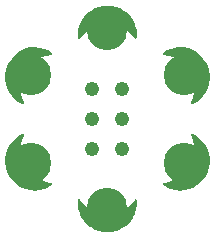
<source format=gbr>
G04 EAGLE Gerber RS-274X export*
G75*
%MOMM*%
%FSLAX34Y34*%
%LPD*%
%INSoldermask Bottom*%
%IPPOS*%
%AMOC8*
5,1,8,0,0,1.08239X$1,22.5*%
G01*
%ADD10C,3.419200*%
%ADD11C,1.221313*%

G36*
X3648Y-95823D02*
X3648Y-95823D01*
X3738Y-95805D01*
X3802Y-95802D01*
X7351Y-95041D01*
X7437Y-95009D01*
X7500Y-94996D01*
X10891Y-93701D01*
X10971Y-93657D01*
X11032Y-93634D01*
X14184Y-91836D01*
X14198Y-91825D01*
X14213Y-91818D01*
X14262Y-91777D01*
X14313Y-91749D01*
X17154Y-89489D01*
X17216Y-89423D01*
X17268Y-89384D01*
X19729Y-86717D01*
X19781Y-86642D01*
X19826Y-86594D01*
X21851Y-83582D01*
X21891Y-83501D01*
X21928Y-83447D01*
X23469Y-80161D01*
X23495Y-80074D01*
X23524Y-80015D01*
X24544Y-76532D01*
X24557Y-76442D01*
X24576Y-76380D01*
X25052Y-72782D01*
X25051Y-72691D01*
X25061Y-72626D01*
X24981Y-68998D01*
X24972Y-68944D01*
X24973Y-68890D01*
X24949Y-68805D01*
X24935Y-68717D01*
X24912Y-68668D01*
X24898Y-68616D01*
X24851Y-68541D01*
X24813Y-68460D01*
X24777Y-68420D01*
X24749Y-68374D01*
X24683Y-68314D01*
X24625Y-68247D01*
X24579Y-68219D01*
X24539Y-68182D01*
X24460Y-68143D01*
X24385Y-68095D01*
X24333Y-68080D01*
X24284Y-68056D01*
X24197Y-68040D01*
X24112Y-68015D01*
X24058Y-68015D01*
X24005Y-68006D01*
X23916Y-68015D01*
X23828Y-68014D01*
X23776Y-68029D01*
X23722Y-68035D01*
X23640Y-68068D01*
X23554Y-68092D01*
X23508Y-68121D01*
X23458Y-68141D01*
X23403Y-68186D01*
X23313Y-68243D01*
X23250Y-68312D01*
X23199Y-68355D01*
X20444Y-71529D01*
X17320Y-74232D01*
X13843Y-76464D01*
X10085Y-78178D01*
X6121Y-79341D01*
X2032Y-79928D01*
X-2100Y-79928D01*
X-6189Y-79341D01*
X-10153Y-78178D01*
X-13911Y-76464D01*
X-17388Y-74232D01*
X-20512Y-71529D01*
X-23267Y-68355D01*
X-23308Y-68319D01*
X-23342Y-68277D01*
X-23415Y-68226D01*
X-23482Y-68168D01*
X-23531Y-68145D01*
X-23575Y-68114D01*
X-23659Y-68086D01*
X-23740Y-68048D01*
X-23793Y-68040D01*
X-23844Y-68023D01*
X-23933Y-68018D01*
X-24021Y-68005D01*
X-24074Y-68012D01*
X-24128Y-68009D01*
X-24215Y-68030D01*
X-24303Y-68041D01*
X-24352Y-68062D01*
X-24405Y-68075D01*
X-24482Y-68119D01*
X-24564Y-68154D01*
X-24605Y-68188D01*
X-24652Y-68215D01*
X-24714Y-68278D01*
X-24783Y-68335D01*
X-24814Y-68379D01*
X-24851Y-68418D01*
X-24894Y-68496D01*
X-24944Y-68569D01*
X-24961Y-68620D01*
X-24986Y-68668D01*
X-25000Y-68738D01*
X-25033Y-68839D01*
X-25037Y-68933D01*
X-25049Y-68998D01*
X-25129Y-72626D01*
X-25118Y-72717D01*
X-25120Y-72782D01*
X-24644Y-76380D01*
X-24620Y-76468D01*
X-24612Y-76532D01*
X-23592Y-80015D01*
X-23554Y-80098D01*
X-23537Y-80161D01*
X-21996Y-83447D01*
X-21946Y-83523D01*
X-21919Y-83582D01*
X-19894Y-86594D01*
X-19833Y-86662D01*
X-19797Y-86717D01*
X-17336Y-89384D01*
X-17265Y-89441D01*
X-17222Y-89489D01*
X-14381Y-91749D01*
X-14346Y-91769D01*
X-14325Y-91789D01*
X-14283Y-91810D01*
X-14252Y-91836D01*
X-11100Y-93634D01*
X-11015Y-93668D01*
X-10959Y-93701D01*
X-7568Y-94996D01*
X-7480Y-95017D01*
X-7419Y-95041D01*
X-3870Y-95802D01*
X-3780Y-95809D01*
X-3716Y-95823D01*
X-93Y-96034D01*
X-26Y-96028D01*
X25Y-96034D01*
X3648Y-95823D01*
G37*
G36*
X24040Y67922D02*
X24040Y67922D01*
X24094Y67919D01*
X24181Y67940D01*
X24269Y67951D01*
X24318Y67972D01*
X24371Y67985D01*
X24448Y68029D01*
X24530Y68064D01*
X24571Y68098D01*
X24618Y68125D01*
X24680Y68188D01*
X24749Y68245D01*
X24780Y68289D01*
X24817Y68328D01*
X24860Y68406D01*
X24910Y68479D01*
X24927Y68530D01*
X24952Y68578D01*
X24966Y68648D01*
X24999Y68749D01*
X25003Y68843D01*
X25015Y68908D01*
X25095Y72536D01*
X25084Y72627D01*
X25086Y72692D01*
X24610Y76290D01*
X24586Y76378D01*
X24578Y76442D01*
X23558Y79925D01*
X23520Y80008D01*
X23503Y80071D01*
X21962Y83357D01*
X21912Y83433D01*
X21885Y83492D01*
X19860Y86504D01*
X19799Y86572D01*
X19763Y86627D01*
X17302Y89294D01*
X17231Y89351D01*
X17188Y89399D01*
X14347Y91659D01*
X14268Y91705D01*
X14218Y91746D01*
X11066Y93544D01*
X10981Y93578D01*
X10925Y93611D01*
X7534Y94906D01*
X7446Y94927D01*
X7385Y94951D01*
X3836Y95712D01*
X3746Y95719D01*
X3682Y95733D01*
X59Y95944D01*
X-8Y95938D01*
X-59Y95944D01*
X-3682Y95733D01*
X-3772Y95715D01*
X-3836Y95712D01*
X-7385Y94951D01*
X-7471Y94919D01*
X-7534Y94906D01*
X-10925Y93611D01*
X-11005Y93567D01*
X-11066Y93544D01*
X-14218Y91746D01*
X-14290Y91690D01*
X-14347Y91659D01*
X-17188Y89399D01*
X-17250Y89333D01*
X-17302Y89294D01*
X-19763Y86627D01*
X-19815Y86552D01*
X-19860Y86504D01*
X-21885Y83492D01*
X-21925Y83411D01*
X-21962Y83357D01*
X-23503Y80071D01*
X-23529Y79984D01*
X-23558Y79925D01*
X-24578Y76442D01*
X-24591Y76352D01*
X-24610Y76290D01*
X-25086Y72692D01*
X-25085Y72601D01*
X-25095Y72536D01*
X-25015Y68908D01*
X-25006Y68854D01*
X-25007Y68800D01*
X-24983Y68715D01*
X-24969Y68627D01*
X-24946Y68578D01*
X-24932Y68526D01*
X-24885Y68451D01*
X-24847Y68370D01*
X-24811Y68330D01*
X-24783Y68284D01*
X-24717Y68224D01*
X-24659Y68157D01*
X-24613Y68129D01*
X-24573Y68092D01*
X-24494Y68053D01*
X-24419Y68005D01*
X-24367Y67990D01*
X-24318Y67966D01*
X-24231Y67950D01*
X-24146Y67925D01*
X-24092Y67925D01*
X-24039Y67916D01*
X-23950Y67925D01*
X-23862Y67924D01*
X-23810Y67939D01*
X-23756Y67945D01*
X-23674Y67978D01*
X-23588Y68002D01*
X-23542Y68031D01*
X-23492Y68051D01*
X-23437Y68096D01*
X-23347Y68153D01*
X-23284Y68222D01*
X-23233Y68265D01*
X-20478Y71439D01*
X-17354Y74142D01*
X-13877Y76374D01*
X-10119Y78088D01*
X-6155Y79251D01*
X-2066Y79838D01*
X2066Y79838D01*
X6155Y79251D01*
X10119Y78088D01*
X13877Y76374D01*
X17354Y74142D01*
X20478Y71439D01*
X23233Y68265D01*
X23274Y68229D01*
X23308Y68187D01*
X23381Y68136D01*
X23448Y68078D01*
X23497Y68055D01*
X23541Y68024D01*
X23625Y67996D01*
X23706Y67958D01*
X23759Y67950D01*
X23810Y67933D01*
X23899Y67928D01*
X23987Y67915D01*
X24040Y67922D01*
G37*
G36*
X71861Y12748D02*
X71861Y12748D01*
X71915Y12750D01*
X71983Y12773D01*
X72087Y12795D01*
X72169Y12838D01*
X72232Y12860D01*
X75414Y14605D01*
X75487Y14660D01*
X75545Y14691D01*
X78423Y16902D01*
X78487Y16967D01*
X78539Y17006D01*
X81045Y19631D01*
X81098Y19705D01*
X81143Y19752D01*
X83219Y22729D01*
X83260Y22810D01*
X83298Y22863D01*
X84894Y26123D01*
X84922Y26210D01*
X84951Y26268D01*
X86030Y29733D01*
X86041Y29800D01*
X86049Y29827D01*
X86050Y29838D01*
X86065Y29885D01*
X86601Y33474D01*
X86602Y33565D01*
X86612Y33630D01*
X86593Y37259D01*
X86580Y37349D01*
X86581Y37414D01*
X86007Y40998D01*
X85980Y41085D01*
X85971Y41150D01*
X84856Y44604D01*
X84816Y44686D01*
X84797Y44748D01*
X83168Y47991D01*
X83130Y48046D01*
X83109Y48093D01*
X81115Y51125D01*
X81055Y51194D01*
X81020Y51249D01*
X78586Y53941D01*
X78516Y53999D01*
X78473Y54048D01*
X75656Y56337D01*
X75578Y56384D01*
X75528Y56425D01*
X72394Y58256D01*
X72310Y58291D01*
X72254Y58324D01*
X68877Y59655D01*
X68789Y59676D01*
X68728Y59700D01*
X65188Y60499D01*
X65097Y60506D01*
X65034Y60521D01*
X61413Y60769D01*
X61322Y60763D01*
X61257Y60768D01*
X57641Y60459D01*
X57552Y60439D01*
X57487Y60434D01*
X53961Y59576D01*
X53876Y59543D01*
X53813Y59528D01*
X50458Y58141D01*
X50380Y58095D01*
X50320Y58071D01*
X47217Y56187D01*
X47175Y56153D01*
X47128Y56127D01*
X47066Y56064D01*
X46997Y56007D01*
X46966Y55963D01*
X46928Y55924D01*
X46886Y55847D01*
X46836Y55773D01*
X46818Y55722D01*
X46793Y55675D01*
X46774Y55588D01*
X46745Y55504D01*
X46743Y55450D01*
X46732Y55397D01*
X46737Y55308D01*
X46734Y55220D01*
X46746Y55167D01*
X46750Y55113D01*
X46780Y55030D01*
X46801Y54944D01*
X46828Y54897D01*
X46846Y54846D01*
X46898Y54774D01*
X46942Y54697D01*
X46981Y54659D01*
X47012Y54615D01*
X47082Y54561D01*
X47146Y54499D01*
X47194Y54474D01*
X47236Y54440D01*
X47303Y54415D01*
X47397Y54365D01*
X47489Y54346D01*
X47551Y54323D01*
X51678Y53524D01*
X55581Y52170D01*
X59252Y50275D01*
X62616Y47877D01*
X65605Y45026D01*
X68158Y41778D01*
X70224Y38200D01*
X71760Y34365D01*
X72735Y30351D01*
X73129Y26239D01*
X72935Y22112D01*
X72156Y18055D01*
X70784Y14082D01*
X70774Y14029D01*
X70755Y13978D01*
X70747Y13890D01*
X70730Y13803D01*
X70735Y13749D01*
X70730Y13695D01*
X70747Y13608D01*
X70755Y13519D01*
X70775Y13469D01*
X70785Y13416D01*
X70826Y13337D01*
X70858Y13254D01*
X70891Y13211D01*
X70915Y13163D01*
X70977Y13099D01*
X71030Y13028D01*
X71074Y12996D01*
X71111Y12957D01*
X71187Y12912D01*
X71258Y12859D01*
X71309Y12840D01*
X71356Y12812D01*
X71442Y12790D01*
X71525Y12759D01*
X71579Y12755D01*
X71631Y12741D01*
X71720Y12744D01*
X71808Y12737D01*
X71861Y12748D01*
G37*
G36*
X-61358Y-60742D02*
X-61358Y-60742D01*
X-61293Y-60747D01*
X-57677Y-60438D01*
X-57588Y-60418D01*
X-57523Y-60413D01*
X-53997Y-59555D01*
X-53912Y-59522D01*
X-53849Y-59507D01*
X-50494Y-58120D01*
X-50416Y-58074D01*
X-50356Y-58050D01*
X-47253Y-56166D01*
X-47211Y-56132D01*
X-47164Y-56106D01*
X-47102Y-56043D01*
X-47033Y-55986D01*
X-47002Y-55942D01*
X-46964Y-55903D01*
X-46922Y-55826D01*
X-46872Y-55752D01*
X-46854Y-55701D01*
X-46829Y-55654D01*
X-46810Y-55567D01*
X-46781Y-55483D01*
X-46779Y-55429D01*
X-46768Y-55376D01*
X-46773Y-55287D01*
X-46770Y-55199D01*
X-46782Y-55146D01*
X-46786Y-55092D01*
X-46816Y-55009D01*
X-46837Y-54923D01*
X-46864Y-54876D01*
X-46882Y-54825D01*
X-46934Y-54753D01*
X-46978Y-54676D01*
X-47017Y-54638D01*
X-47048Y-54594D01*
X-47118Y-54540D01*
X-47182Y-54478D01*
X-47230Y-54453D01*
X-47272Y-54419D01*
X-47339Y-54394D01*
X-47433Y-54344D01*
X-47525Y-54325D01*
X-47587Y-54302D01*
X-51714Y-53503D01*
X-55617Y-52149D01*
X-59288Y-50254D01*
X-62652Y-47856D01*
X-65641Y-45005D01*
X-68194Y-41757D01*
X-70260Y-38179D01*
X-71796Y-34344D01*
X-72771Y-30330D01*
X-73165Y-26218D01*
X-72971Y-22091D01*
X-72192Y-18034D01*
X-70820Y-14061D01*
X-70810Y-14008D01*
X-70791Y-13957D01*
X-70783Y-13869D01*
X-70766Y-13782D01*
X-70771Y-13728D01*
X-70766Y-13674D01*
X-70783Y-13587D01*
X-70791Y-13498D01*
X-70811Y-13448D01*
X-70821Y-13395D01*
X-70862Y-13316D01*
X-70894Y-13233D01*
X-70927Y-13190D01*
X-70951Y-13142D01*
X-71013Y-13078D01*
X-71066Y-13007D01*
X-71110Y-12975D01*
X-71147Y-12936D01*
X-71223Y-12891D01*
X-71294Y-12838D01*
X-71345Y-12819D01*
X-71392Y-12791D01*
X-71478Y-12769D01*
X-71561Y-12738D01*
X-71615Y-12734D01*
X-71667Y-12720D01*
X-71756Y-12723D01*
X-71844Y-12716D01*
X-71897Y-12727D01*
X-71951Y-12729D01*
X-72019Y-12752D01*
X-72123Y-12774D01*
X-72205Y-12817D01*
X-72268Y-12839D01*
X-75450Y-14584D01*
X-75523Y-14639D01*
X-75581Y-14670D01*
X-78459Y-16881D01*
X-78523Y-16946D01*
X-78575Y-16985D01*
X-81081Y-19610D01*
X-81134Y-19684D01*
X-81179Y-19731D01*
X-83255Y-22708D01*
X-83296Y-22789D01*
X-83334Y-22842D01*
X-84930Y-26102D01*
X-84958Y-26189D01*
X-84987Y-26247D01*
X-86066Y-29712D01*
X-86081Y-29802D01*
X-86101Y-29864D01*
X-86637Y-33453D01*
X-86638Y-33544D01*
X-86648Y-33609D01*
X-86629Y-37238D01*
X-86616Y-37328D01*
X-86617Y-37393D01*
X-86043Y-40977D01*
X-86016Y-41064D01*
X-86007Y-41129D01*
X-84892Y-44583D01*
X-84852Y-44665D01*
X-84833Y-44727D01*
X-83204Y-47970D01*
X-83166Y-48025D01*
X-83145Y-48072D01*
X-81151Y-51104D01*
X-81091Y-51173D01*
X-81056Y-51228D01*
X-78622Y-53920D01*
X-78552Y-53978D01*
X-78509Y-54027D01*
X-75692Y-56316D01*
X-75614Y-56363D01*
X-75564Y-56404D01*
X-72430Y-58235D01*
X-72346Y-58270D01*
X-72290Y-58303D01*
X-68913Y-59634D01*
X-68825Y-59655D01*
X-68764Y-59679D01*
X-65224Y-60478D01*
X-65133Y-60485D01*
X-65070Y-60500D01*
X-61449Y-60748D01*
X-61358Y-60742D01*
G37*
G36*
X65056Y-60477D02*
X65056Y-60477D01*
X65145Y-60459D01*
X65210Y-60455D01*
X68750Y-59656D01*
X68836Y-59624D01*
X68899Y-59611D01*
X72276Y-58280D01*
X72355Y-58235D01*
X72416Y-58212D01*
X75550Y-56381D01*
X75621Y-56325D01*
X75678Y-56293D01*
X78495Y-54004D01*
X78557Y-53937D01*
X78608Y-53897D01*
X81042Y-51205D01*
X81093Y-51129D01*
X81137Y-51081D01*
X83131Y-48049D01*
X83159Y-47989D01*
X83160Y-47987D01*
X83190Y-47947D01*
X84819Y-44704D01*
X84848Y-44617D01*
X84878Y-44560D01*
X85993Y-41106D01*
X86008Y-41016D01*
X86029Y-40954D01*
X86603Y-37370D01*
X86604Y-37279D01*
X86615Y-37215D01*
X86634Y-33586D01*
X86622Y-33495D01*
X86623Y-33430D01*
X86087Y-29841D01*
X86061Y-29754D01*
X86052Y-29689D01*
X84973Y-26224D01*
X84934Y-26141D01*
X84916Y-26079D01*
X83320Y-22819D01*
X83269Y-22744D01*
X83241Y-22685D01*
X81165Y-19708D01*
X81103Y-19641D01*
X81067Y-19587D01*
X78561Y-16962D01*
X78489Y-16905D01*
X78445Y-16858D01*
X75567Y-14647D01*
X75487Y-14602D01*
X75436Y-14561D01*
X72254Y-12816D01*
X72204Y-12797D01*
X72157Y-12770D01*
X72071Y-12747D01*
X71988Y-12716D01*
X71934Y-12711D01*
X71882Y-12698D01*
X71793Y-12700D01*
X71705Y-12693D01*
X71652Y-12704D01*
X71598Y-12705D01*
X71513Y-12732D01*
X71426Y-12750D01*
X71378Y-12775D01*
X71327Y-12791D01*
X71253Y-12840D01*
X71174Y-12881D01*
X71135Y-12919D01*
X71090Y-12949D01*
X71033Y-13016D01*
X70969Y-13078D01*
X70941Y-13124D01*
X70907Y-13166D01*
X70870Y-13247D01*
X70826Y-13323D01*
X70812Y-13376D01*
X70790Y-13425D01*
X70778Y-13513D01*
X70756Y-13599D01*
X70758Y-13653D01*
X70751Y-13707D01*
X70762Y-13777D01*
X70766Y-13883D01*
X70795Y-13972D01*
X70806Y-14038D01*
X72178Y-18011D01*
X72957Y-22068D01*
X73151Y-26195D01*
X72757Y-30307D01*
X71782Y-34321D01*
X70246Y-38156D01*
X68180Y-41734D01*
X65627Y-44982D01*
X62638Y-47833D01*
X59274Y-50231D01*
X55603Y-52126D01*
X51700Y-53480D01*
X47573Y-54279D01*
X47522Y-54296D01*
X47469Y-54305D01*
X47388Y-54343D01*
X47304Y-54371D01*
X47260Y-54402D01*
X47211Y-54425D01*
X47144Y-54484D01*
X47072Y-54535D01*
X47038Y-54577D01*
X46997Y-54613D01*
X46949Y-54687D01*
X46893Y-54756D01*
X46873Y-54806D01*
X46843Y-54852D01*
X46818Y-54937D01*
X46784Y-55019D01*
X46777Y-55072D01*
X46762Y-55124D01*
X46761Y-55213D01*
X46751Y-55301D01*
X46760Y-55354D01*
X46759Y-55408D01*
X46783Y-55494D01*
X46798Y-55582D01*
X46821Y-55630D01*
X46836Y-55682D01*
X46882Y-55758D01*
X46921Y-55838D01*
X46957Y-55878D01*
X46985Y-55924D01*
X47039Y-55971D01*
X47110Y-56050D01*
X47189Y-56100D01*
X47239Y-56143D01*
X50342Y-58027D01*
X50425Y-58063D01*
X50480Y-58097D01*
X53835Y-59484D01*
X53923Y-59507D01*
X53983Y-59532D01*
X57509Y-60390D01*
X57600Y-60399D01*
X57663Y-60415D01*
X61279Y-60724D01*
X61370Y-60719D01*
X61435Y-60725D01*
X65056Y-60477D01*
G37*
G36*
X-71665Y12728D02*
X-71665Y12728D01*
X-71611Y12729D01*
X-71526Y12756D01*
X-71439Y12774D01*
X-71391Y12799D01*
X-71340Y12815D01*
X-71266Y12864D01*
X-71187Y12905D01*
X-71148Y12943D01*
X-71103Y12973D01*
X-71046Y13040D01*
X-70982Y13102D01*
X-70954Y13148D01*
X-70920Y13190D01*
X-70883Y13271D01*
X-70839Y13347D01*
X-70825Y13400D01*
X-70803Y13449D01*
X-70791Y13537D01*
X-70769Y13623D01*
X-70771Y13677D01*
X-70764Y13731D01*
X-70775Y13801D01*
X-70779Y13907D01*
X-70808Y13996D01*
X-70819Y14062D01*
X-72191Y18035D01*
X-72970Y22092D01*
X-73164Y26219D01*
X-72770Y30331D01*
X-71795Y34345D01*
X-70259Y38180D01*
X-68193Y41758D01*
X-65640Y45006D01*
X-62651Y47857D01*
X-59287Y50255D01*
X-55616Y52150D01*
X-51713Y53504D01*
X-47586Y54303D01*
X-47535Y54320D01*
X-47482Y54329D01*
X-47401Y54367D01*
X-47317Y54395D01*
X-47273Y54426D01*
X-47224Y54449D01*
X-47157Y54508D01*
X-47085Y54559D01*
X-47051Y54601D01*
X-47010Y54637D01*
X-46962Y54711D01*
X-46906Y54780D01*
X-46886Y54830D01*
X-46856Y54876D01*
X-46831Y54961D01*
X-46797Y55043D01*
X-46790Y55096D01*
X-46775Y55148D01*
X-46774Y55237D01*
X-46764Y55325D01*
X-46773Y55378D01*
X-46772Y55432D01*
X-46796Y55518D01*
X-46811Y55606D01*
X-46834Y55654D01*
X-46849Y55706D01*
X-46895Y55782D01*
X-46934Y55862D01*
X-46970Y55902D01*
X-46998Y55948D01*
X-47052Y55995D01*
X-47123Y56074D01*
X-47202Y56124D01*
X-47252Y56167D01*
X-50355Y58051D01*
X-50438Y58087D01*
X-50493Y58121D01*
X-53848Y59508D01*
X-53936Y59531D01*
X-53996Y59556D01*
X-57522Y60414D01*
X-57613Y60423D01*
X-57676Y60439D01*
X-61292Y60748D01*
X-61383Y60743D01*
X-61448Y60749D01*
X-65069Y60501D01*
X-65158Y60483D01*
X-65223Y60479D01*
X-68763Y59680D01*
X-68849Y59648D01*
X-68912Y59635D01*
X-72289Y58304D01*
X-72368Y58259D01*
X-72429Y58236D01*
X-75563Y56405D01*
X-75634Y56349D01*
X-75691Y56317D01*
X-78508Y54028D01*
X-78570Y53961D01*
X-78621Y53921D01*
X-81055Y51229D01*
X-81106Y51153D01*
X-81150Y51105D01*
X-83144Y48073D01*
X-83172Y48012D01*
X-83203Y47971D01*
X-84832Y44728D01*
X-84861Y44641D01*
X-84891Y44584D01*
X-86006Y41130D01*
X-86021Y41040D01*
X-86042Y40978D01*
X-86616Y37394D01*
X-86617Y37303D01*
X-86628Y37239D01*
X-86647Y33610D01*
X-86635Y33519D01*
X-86636Y33454D01*
X-86100Y29865D01*
X-86074Y29778D01*
X-86065Y29713D01*
X-84986Y26248D01*
X-84947Y26165D01*
X-84929Y26103D01*
X-83333Y22843D01*
X-83282Y22768D01*
X-83254Y22709D01*
X-81178Y19732D01*
X-81116Y19665D01*
X-81080Y19611D01*
X-78574Y16986D01*
X-78502Y16929D01*
X-78458Y16882D01*
X-75580Y14671D01*
X-75500Y14626D01*
X-75449Y14585D01*
X-72267Y12840D01*
X-72217Y12821D01*
X-72170Y12794D01*
X-72084Y12771D01*
X-72001Y12740D01*
X-71947Y12735D01*
X-71895Y12722D01*
X-71806Y12724D01*
X-71718Y12717D01*
X-71665Y12728D01*
G37*
D10*
X-64976Y-37514D03*
X64962Y-37491D03*
X64940Y37535D03*
X-64975Y37515D03*
X0Y74930D03*
X-34Y-75020D03*
D11*
X-12700Y25400D03*
X-12700Y0D03*
X-12700Y-25400D03*
X12700Y25400D03*
X12700Y0D03*
X12700Y-25400D03*
M02*

</source>
